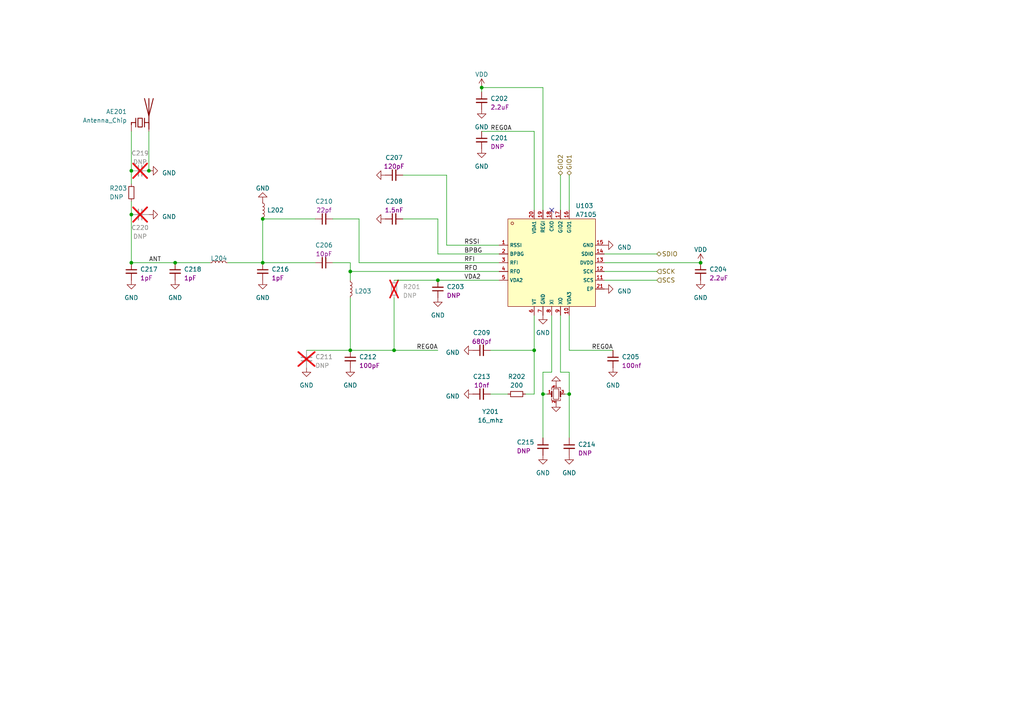
<source format=kicad_sch>
(kicad_sch (version 20230121) (generator eeschema)
  (paper "A4")
  (lib_symbols
    (symbol "Device:Antenna_Chip" (pin_numbers hide) (pin_names (offset 1.016) hide)
      (property "Reference" "AE" (at 0 5.08 0))
      (property "Value" "Antenna_Chip" (at 0 3.175 0))
      (symbol "Antenna_Chip_0_1"
        (polyline (pts (xy -2.54 0) (xy -2.54 -0.635)) (stroke (width 0.254)))
        (polyline (pts (xy -2.54 0) (xy -1.27 0)) (stroke (width 0.254)))
        (polyline (pts (xy 1.27 0) (xy 2.54 0)) (stroke (width 0.254)))
        (polyline (pts (xy 1.27 1.27) (xy 1.27 -1.27)) (stroke (width 0.254)))
        (polyline (pts (xy 2.54 -0.635) (xy 2.54 0)))
        (polyline (pts (xy 2.54 6.985) (xy 2.54 -1.905)) (stroke (width 0.254)))
        (polyline (pts (xy -1.27 1.27) (xy -1.27 -1.27) (xy -1.27 0)) (stroke (width 0.254)))
        (polyline (pts (xy 3.81 6.985) (xy 2.54 1.905) (xy 1.27 6.985)) (stroke (width 0.254)))
        (polyline (pts (xy -0.635 1.27) (xy 0.635 1.27) (xy 0.635 -1.27) (xy -0.635 -1.27) (xy -0.635 1.27)) (stroke (width 0.254)))
      )
      (symbol "Antenna_Chip_1_1"
        (pin input line (at -2.54 -2.54 90) (length 2.54) (name "FEED") (number "1"))
        (pin passive line (at 2.54 -2.54 90) (length 2.54) (name "PCB_Trace") (number "2"))
      )
    )
    (symbol "LCSC_Capacitor:C_0402_100nf_X7R" (pin_numbers hide) (pin_names (offset 0.254) hide) (in_bom no)
      (property "Reference" "C" (at 0.254 1.778 0))
      (property "Capacitance" "100nf" (at 0 0 0))
      (symbol "C_0402_100nf_X7R_0_1"
        (polyline (pts (xy -1.524 -0.508) (xy 1.524 -0.508)) (stroke (width 0.3302)))
        (polyline (pts (xy -1.524 0.508) (xy 1.524 0.508)) (stroke (width 0.3048)))
      )
      (symbol "C_0402_100nf_X7R_1_1"
        (pin passive line (at 0 2.54 270) (length 2.032) (name "~") (number "1"))
        (pin passive line (at 0 -2.54 90) (length 2.032) (name "~") (number "2"))
      )
    )
    (symbol "LCSC_Capacitor:C_0402_100p_C0G" (pin_numbers hide) (pin_names (offset 0.254) hide) (in_bom no)
      (property "Reference" "C" (at 0.254 1.778 0))
      (property "Capacitance" "100pF" (at 0 0 0))
      (symbol "C_0402_100p_C0G_0_1"
        (polyline (pts (xy -1.524 -0.508) (xy 1.524 -0.508)) (stroke (width 0.3302)))
        (polyline (pts (xy -1.524 0.508) (xy 1.524 0.508)) (stroke (width 0.3048)))
      )
      (symbol "C_0402_100p_C0G_1_1"
        (pin passive line (at 0 2.54 270) (length 2.032) (name "~") (number "1"))
        (pin passive line (at 0 -2.54 90) (length 2.032) (name "~") (number "2"))
      )
    )
    (symbol "LCSC_Capacitor:C_0402_10n_C0G" (pin_numbers hide) (pin_names (offset 0.254) hide) (in_bom no)
      (property "Reference" "C" (at 0.254 1.778 0))
      (property "Capacitance" "10nf" (at 0 0 0))
      (symbol "C_0402_10n_C0G_0_1"
        (polyline (pts (xy -1.524 -0.508) (xy 1.524 -0.508)) (stroke (width 0.3302)))
        (polyline (pts (xy -1.524 0.508) (xy 1.524 0.508)) (stroke (width 0.3048)))
      )
      (symbol "C_0402_10n_C0G_1_1"
        (pin passive line (at 0 2.54 270) (length 2.032) (name "~") (number "1"))
        (pin passive line (at 0 -2.54 90) (length 2.032) (name "~") (number "2"))
      )
    )
    (symbol "LCSC_Capacitor:C_0402_22p_C0G" (pin_numbers hide) (pin_names (offset 0.254) hide) (in_bom no)
      (property "Reference" "C" (at 0.254 1.778 0))
      (property "Capacitance" "22pf" (at 0 0 0))
      (symbol "C_0402_22p_C0G_0_1"
        (polyline (pts (xy -1.524 -0.508) (xy 1.524 -0.508)) (stroke (width 0.3302)))
        (polyline (pts (xy -1.524 0.508) (xy 1.524 0.508)) (stroke (width 0.3048)))
      )
      (symbol "C_0402_22p_C0G_1_1"
        (pin passive line (at 0 2.54 270) (length 2.032) (name "~") (number "1"))
        (pin passive line (at 0 -2.54 90) (length 2.032) (name "~") (number "2"))
      )
    )
    (symbol "LCSC_Capacitor:C_0402_2u2_X5R" (pin_numbers hide) (pin_names (offset 0.254) hide) (in_bom no)
      (property "Reference" "C" (at 0.254 1.778 0))
      (property "Capacitance" "2.2uF" (at 0 0 0))
      (symbol "C_0402_2u2_X5R_0_1"
        (polyline (pts (xy -1.524 -0.508) (xy 1.524 -0.508)) (stroke (width 0.3302)))
        (polyline (pts (xy -1.524 0.508) (xy 1.524 0.508)) (stroke (width 0.3048)))
      )
      (symbol "C_0402_2u2_X5R_1_1"
        (pin passive line (at 0 2.54 270) (length 2.032) (name "~") (number "1"))
        (pin passive line (at 0 -2.54 90) (length 2.032) (name "~") (number "2"))
      )
    )
    (symbol "LCSC_Capacitor:C_0402_DNP" (pin_numbers hide) (pin_names (offset 0.254) hide) (in_bom no)
      (property "Reference" "C" (at 0.254 1.778 0))
      (property "Capacitance" "DNP" (at 0 0 0))
      (symbol "C_0402_DNP_0_1"
        (polyline (pts (xy -1.524 -0.508) (xy 1.524 -0.508)) (stroke (width 0.3302)))
        (polyline (pts (xy -1.524 0.508) (xy 1.524 0.508)) (stroke (width 0.3048)))
      )
      (symbol "C_0402_DNP_1_1"
        (pin passive line (at 0 2.54 270) (length 2.032) (name "~") (number "1"))
        (pin passive line (at 0 -2.54 90) (length 2.032) (name "~") (number "2"))
      )
    )
    (symbol "LCSC_Capacitor:C_805_DNP" (pin_numbers hide) (pin_names (offset 0.254) hide) (in_bom no)
      (property "Reference" "C" (at 0.254 1.778 0))
      (property "Capacitance" "DNP" (at 0 0 0))
      (symbol "C_805_DNP_0_1"
        (polyline (pts (xy -1.524 -0.508) (xy 1.524 -0.508)) (stroke (width 0.3302)))
        (polyline (pts (xy -1.524 0.508) (xy 1.524 0.508)) (stroke (width 0.3048)))
      )
      (symbol "C_805_DNP_1_1"
        (pin passive line (at 0 2.54 270) (length 2.032) (name "~") (number "1"))
        (pin passive line (at 0 -2.54 90) (length 2.032) (name "~") (number "2"))
      )
    )
    (symbol "LCSC_Crystal:Crystal_GND24_DNP" (pin_names (offset 1.016) hide) (in_bom no)
      (property "Reference" "Y" (at 1.27 4.445 0))
      (property "Value" "Crystal_GND24_DNP" (at 1.27 2.54 0))
      (symbol "Crystal_GND24_DNP_0_1"
        (rectangle (start -0.762 -1.524) (end 0.762 1.524))
        (polyline (pts (xy -1.27 -0.762) (xy -1.27 0.762)) (stroke (width 0.381)))
        (polyline (pts (xy 1.27 -0.762) (xy 1.27 0.762)) (stroke (width 0.381)))
        (polyline (pts (xy -1.27 -1.27) (xy -1.27 -1.905) (xy 1.27 -1.905) (xy 1.27 -1.27)))
        (polyline (pts (xy -1.27 1.27) (xy -1.27 1.905) (xy 1.27 1.905) (xy 1.27 1.27)))
      )
      (symbol "Crystal_GND24_DNP_1_1"
        (pin passive line (at -2.54 0 0) (length 1.27) (name "1") (number "1"))
        (pin passive line (at 0 -2.54 90) (length 0.635) (name "2") (number "2"))
        (pin passive line (at 2.54 0 180) (length 1.27) (name "3") (number "3"))
        (pin passive line (at 0 2.54 270) (length 0.635) (name "4") (number "4"))
      )
    )
    (symbol "LCSC_Inductor:L_0402_DNP" (pin_numbers hide) (pin_names (offset 0.254) hide) (in_bom no)
      (property "Reference" "L" (at 0.762 1.016 0))
      (symbol "L_0402_DNP_0_1"
        (arc (start 0 -2.032) (mid 0.5058 -1.524) (end 0 -1.016))
        (arc (start 0 -1.016) (mid 0.5058 -0.508) (end 0 0))
        (arc (start 0 0) (mid 0.5058 0.508) (end 0 1.016))
        (arc (start 0 1.016) (mid 0.5058 1.524) (end 0 2.032))
      )
      (symbol "L_0402_DNP_1_1"
        (pin passive line (at 0 2.54 270) (length 0.508) (name "~") (number "1"))
        (pin passive line (at 0 -2.54 90) (length 0.508) (name "~") (number "2"))
      )
    )
    (symbol "LCSC_RF_Transciever_ICs:A7105"
      (property "Reference" "U" (at 0 1.27 0))
      (property "Value" "A7105" (at 0 -2.54 0))
      (symbol "A7105_0_1"
        (rectangle (start -12.7 12.7) (end 12.7 -12.7) (fill (type background)))
        (circle (center -11.43 11.43) (radius 0.381) (fill (type background)))
        (pin output line (at -15.24 5.08 0) (length 2.54) (name "RSSI") (number "1"))
        (pin power_in line (at 5.08 -15.24 90) (length 2.54) (name "VDA3") (number "10"))
        (pin input line (at 15.24 -5.08 180) (length 2.54) (name "SCS") (number "11"))
        (pin input line (at 15.24 -2.54 180) (length 2.54) (name "SCK") (number "12"))
        (pin power_in line (at 15.24 0 180) (length 2.54) (name "DVDD") (number "13"))
        (pin bidirectional line (at 15.24 2.54 180) (length 2.54) (name "SDIO") (number "14"))
        (pin power_in line (at 15.24 5.08 180) (length 2.54) (name "GND") (number "15"))
        (pin bidirectional line (at 5.08 15.24 270) (length 2.54) (name "GIO1") (number "16"))
        (pin bidirectional line (at 2.54 15.24 270) (length 2.54) (name "GIO2") (number "17"))
        (pin output line (at 0 15.24 270) (length 2.54) (name "CKO") (number "18"))
        (pin power_in line (at -2.54 15.24 270) (length 2.54) (name "REGI") (number "19"))
        (pin power_out line (at -15.24 2.54 0) (length 2.54) (name "BPBG") (number "2"))
        (pin bidirectional line (at -5.08 15.24 270) (length 2.54) (name "VDA1") (number "20"))
        (pin power_in line (at 15.24 -7.62 180) (length 2.54) (name "EP") (number "21"))
        (pin power_in line (at -15.24 0 0) (length 2.54) (name "RFI") (number "3"))
        (pin power_out line (at -15.24 -2.54 0) (length 2.54) (name "RFO") (number "4"))
        (pin bidirectional line (at -15.24 -5.08 0) (length 2.54) (name "VDA2") (number "5"))
        (pin input line (at -5.08 -15.24 90) (length 2.54) (name "VT") (number "6"))
        (pin power_in line (at -2.54 -15.24 90) (length 2.54) (name "GND") (number "7"))
        (pin input line (at 0 -15.24 90) (length 2.54) (name "XI") (number "8"))
        (pin output line (at 2.54 -15.24 90) (length 2.54) (name "XO") (number "9"))
      )
    )
    (symbol "LCSC_Resistor:R_0402_DNP" (pin_numbers hide) (pin_names (offset 0.254) hide) (in_bom no)
      (property "Reference" "R" (at 0.762 0.508 0))
      (property "Value" "R_0402_DNP" (at 0.762 -1.016 0))
      (symbol "R_0402_DNP_0_1"
        (rectangle (start -0.762 1.778) (end 0.762 -1.778) (stroke (width 0.2032)))
      )
      (symbol "R_0402_DNP_1_1"
        (pin passive line (at 0 2.54 270) (length 0.762) (name "~") (number "1"))
        (pin passive line (at 0 -2.54 90) (length 0.762) (name "~") (number "2"))
      )
    )
    (symbol "power:GND" (power) (pin_names (offset 0))
      (property "Value" "GND" (at 0 -3.81 0))
      (symbol "GND_0_1"
        (polyline (pts (xy 0 0) (xy 0 -1.27) (xy 1.27 -1.27) (xy 0 -2.54) (xy -1.27 -1.27) (xy 0 -1.27)))
      )
      (symbol "GND_1_1"
        (pin power_in line (at 0 0 270) (length 0) hide (name "GND") (number "1"))
      )
    )
    (symbol "power:VDD" (power) (pin_names (offset 0))
      (property "Value" "VDD" (at 0 3.81 0))
      (symbol "VDD_0_1"
        (polyline (pts (xy -0.762 1.27) (xy 0 2.54)))
        (polyline (pts (xy 0 0) (xy 0 2.54)))
        (polyline (pts (xy 0 2.54) (xy 0.762 1.27)))
      )
      (symbol "VDD_1_1"
        (pin power_in line (at 0 0 90) (length 0) hide (name "VDD") (number "1"))
      )
    )
  )
  (junction (at 139.7 25.4))
  (junction (at 101.6 78.74))
  (junction (at 154.94 101.6))
  (junction (at 38.1 62.23))
  (junction (at 76.2 76.2))
  (junction (at 101.6 101.6))
  (junction (at 114.3 101.6))
  (junction (at 203.2 76.2))
  (junction (at 76.2 63.5))
  (junction (at 157.48 114.3))
  (junction (at 38.1 76.2))
  (junction (at 43.18 49.53))
  (junction (at 127 81.28))
  (junction (at 50.8 76.2))
  (junction (at 165.1 114.3))
  (junction (at 38.1 49.53))
  (no_connect (at 160.02 60.96))
  (wire (pts (xy 154.94 38.1) (xy 154.94 60.96)))
  (wire (pts (xy 142.24 101.6) (xy 154.94 101.6)))
  (wire (pts (xy 142.24 114.3) (xy 147.32 114.3)))
  (wire (pts (xy 165.1 114.3) (xy 163.83 114.3)))
  (wire (pts (xy 154.94 114.3) (xy 152.4 114.3)))
  (wire (pts (xy 43.18 38.1) (xy 43.18 49.53)))
  (wire (pts (xy 50.8 76.2) (xy 60.96 76.2)))
  (wire (pts (xy 38.1 49.53) (xy 38.1 53.34)))
  (wire (pts (xy 101.6 86.36) (xy 101.6 101.6)))
  (wire (pts (xy 129.54 71.12) (xy 129.54 50.8)))
  (wire (pts (xy 76.2 76.2) (xy 91.44 76.2)))
  (wire (pts (xy 144.78 73.66) (xy 127 73.66)))
  (wire (pts (xy 101.6 76.2) (xy 96.52 76.2)))
  (wire (pts (xy 88.9 101.6) (xy 101.6 101.6)))
  (wire (pts (xy 101.6 101.6) (xy 114.3 101.6)))
  (wire (pts (xy 162.56 50.8) (xy 162.56 60.96)))
  (wire (pts (xy 175.26 76.2) (xy 203.2 76.2)))
  (wire (pts (xy 76.2 63.5) (xy 76.2 76.2)))
  (wire (pts (xy 38.1 38.1) (xy 38.1 49.53)))
  (wire (pts (xy 127 81.28) (xy 144.78 81.28)))
  (wire (pts (xy 104.14 63.5) (xy 104.14 76.2)))
  (wire (pts (xy 114.3 101.6) (xy 127 101.6)))
  (wire (pts (xy 38.1 76.2) (xy 50.8 76.2)))
  (wire (pts (xy 154.94 101.6) (xy 154.94 91.44)))
  (wire (pts (xy 165.1 50.8) (xy 165.1 60.96)))
  (wire (pts (xy 101.6 78.74) (xy 101.6 76.2)))
  (wire (pts (xy 175.26 73.66) (xy 190.5 73.66)))
  (wire (pts (xy 162.56 107.95) (xy 165.1 107.95)))
  (wire (pts (xy 139.7 38.1) (xy 154.94 38.1)))
  (wire (pts (xy 104.14 76.2) (xy 144.78 76.2)))
  (wire (pts (xy 76.2 63.5) (xy 91.44 63.5)))
  (wire (pts (xy 157.48 25.4) (xy 157.48 60.96)))
  (wire (pts (xy 165.1 127) (xy 165.1 114.3)))
  (wire (pts (xy 177.8 101.6) (xy 165.1 101.6)))
  (wire (pts (xy 165.1 101.6) (xy 165.1 91.44)))
  (wire (pts (xy 139.7 25.4) (xy 157.48 25.4)))
  (wire (pts (xy 160.02 91.44) (xy 160.02 107.95)))
  (wire (pts (xy 157.48 114.3) (xy 158.75 114.3)))
  (wire (pts (xy 139.7 26.67) (xy 139.7 25.4)))
  (wire (pts (xy 127 63.5) (xy 127 73.66)))
  (wire (pts (xy 175.26 78.74) (xy 190.5 78.74)))
  (wire (pts (xy 157.48 127) (xy 157.48 114.3)))
  (wire (pts (xy 116.84 63.5) (xy 127 63.5)))
  (wire (pts (xy 114.3 81.28) (xy 127 81.28)))
  (wire (pts (xy 144.78 71.12) (xy 129.54 71.12)))
  (wire (pts (xy 101.6 78.74) (xy 101.6 81.28)))
  (wire (pts (xy 114.3 86.36) (xy 114.3 101.6)))
  (wire (pts (xy 129.54 50.8) (xy 116.84 50.8)))
  (wire (pts (xy 154.94 101.6) (xy 154.94 114.3)))
  (wire (pts (xy 38.1 62.23) (xy 38.1 76.2)))
  (wire (pts (xy 144.78 78.74) (xy 101.6 78.74)))
  (wire (pts (xy 157.48 107.95) (xy 157.48 114.3)))
  (wire (pts (xy 66.04 76.2) (xy 76.2 76.2)))
  (wire (pts (xy 38.1 58.42) (xy 38.1 62.23)))
  (wire (pts (xy 96.52 63.5) (xy 104.14 63.5)))
  (wire (pts (xy 162.56 91.44) (xy 162.56 107.95)))
  (wire (pts (xy 175.26 81.28) (xy 190.5 81.28)))
  (wire (pts (xy 165.1 107.95) (xy 165.1 114.3)))
  (wire (pts (xy 160.02 107.95) (xy 157.48 107.95)))
  (label "ANT" (at 43.18 76.2 0))
  (label "BPBG" (at 134.62 73.66 0))
  (label "REG0A" (at 177.8 101.6 180))
  (label "RFO" (at 134.62 78.74 0))
  (label "VDA2" (at 134.62 81.28 0))
  (label "RFI" (at 134.62 76.2 0))
  (label "REG0A" (at 127 101.6 180))
  (label "REG0A" (at 142.24 38.1 0))
  (label "RSSI" (at 134.62 71.12 0))
  (hierarchical_label "GIO2" (shape bidirectional) (at 162.56 50.8 90))
  (hierarchical_label "SCK" (shape input) (at 190.5 78.74 0))
  (hierarchical_label "SDIO" (shape bidirectional) (at 190.5 73.66 0))
  (hierarchical_label "GIO1" (shape bidirectional) (at 165.1 50.8 90))
  (hierarchical_label "SCS" (shape input) (at 190.5 81.28 0))
  (symbol (lib_id "LCSC_Capacitor:C_805_DNP") (at 139.7 40.64 0) (unit 1) (in_bom no)
    (property "Reference" "C201" (at 142.24 40.0113 0) (effects (justify left)))
    (property "Value" "C_805_DNP" (effects hide))
    (property "Footprint" "Capacitor_SMD:C_0805_2012Metric" (effects hide))
    (property "Capacitance" "DNP" (at 142.24 42.5513 0) (effects (justify left)))
  )
  (symbol (lib_id "power:GND") (at 177.8 106.68 0) (unit 1)
    (property "Reference" "#PWR0207" (effects hide))
    (property "Value" "GND" (at 177.8 111.76 0))
    (instances (project "PCBot" (path "" (reference "#PWR0207") (unit 1))) (project "150g-battlebot-pcb" (path "" (reference "#PWR0221") (unit 1))))
  )
  (symbol (lib_id "LCSC_Capacitor:C_0402_DNP") (at 127 83.82 180) (unit 1) (in_bom no)
    (property "Reference" "C203" (at 129.54 83.1786 0) (effects (justify right)))
    (property "Value" "C_0402_DNP" (effects hide))
    (property "Footprint" "Capacitor_SMD:C_0402_1005Metric" (effects hide))
    (property "Capacitance" "DNP" (at 129.54 85.7186 0) (effects (justify right)))
  )
  (symbol (lib_id "power:VDD") (at 139.7 25.4 0) (unit 1)
    (property "Reference" "#PWR0202" (effects hide))
    (property "Value" "VDD" (at 139.7 21.59 0))
    (instances (project "PCBot" (path "" (reference "#PWR0202") (unit 1))) (project "150g-battlebot-pcb" (path "" (reference "#PWR0201") (unit 1))))
  )
  (symbol (lib_id "power:GND") (at 161.29 116.84 0) (unit 1)
    (property "Reference" "#PWR0212" (effects hide))
    (property "Value" "GND" (effects hide))
    (instances (project "PCBot" (path "" (reference "#PWR0212") (unit 1))) (project "150g-battlebot-pcb" (path "" (reference "#PWR0224") (unit 1))))
  )
  (symbol (lib_id "power:GND") (at 157.48 132.08 0) (unit 1)
    (property "Reference" "#PWR0213" (effects hide))
    (property "Value" "GND" (at 157.48 137.16 0))
    (instances (project "PCBot" (path "" (reference "#PWR0213") (unit 1))) (project "150g-battlebot-pcb" (path "" (reference "#PWR0225") (unit 1))))
  )
  (symbol (lib_id "power:GND") (at 76.2 58.42 180) (unit 1)
    (property "Reference" "#PWR0218" (effects hide))
    (property "Value" "GND" (at 76.2 54.61 0))
    (instances (project "PCBot" (path "" (reference "#PWR0218") (unit 1))) (project "150g-battlebot-pcb" (path "" (reference "#PWR0206") (unit 1))))
  )
  (symbol (lib_id "LCSC_Capacitor:C_0402_DNP") (at 139.7 101.6 90) (unit 1) (in_bom no)
    (property "Reference" "C209" (at 139.7063 96.52 90))
    (property "Value" "C_0402_DNP" (effects hide))
    (property "Footprint" "Capacitor_SMD:C_0402_1005Metric" (effects hide))
    (property "Capacitance" "680pf" (at 139.7063 99.06 90))
  )
  (symbol (lib_id "LCSC_Crystal:Crystal_GND24_DNP") (at 161.29 114.3 0) (unit 1) (in_bom no)
    (property "Reference" "Y201" (at 142.24 119.38 0))
    (property "Value" "16_mhz" (at 142.24 121.92 0))
    (property "Footprint" "Crystal:Crystal_SMD_3225-4Pin_3.2x2.5mm" (effects hide))
  )
  (symbol (lib_id "LCSC_Capacitor:C_0402_DNP") (at 165.1 129.54 0) (unit 1) (in_bom no)
    (property "Reference" "C214" (at 167.64 128.9113 0) (effects (justify left)))
    (property "Value" "C_0402_DNP" (effects hide))
    (property "Footprint" "Capacitor_SMD:C_0402_1005Metric" (effects hide))
    (property "Capacitance" "DNP" (at 167.64 131.4513 0) (effects (justify left)))
  )
  (symbol (lib_id "power:GND") (at 101.6 106.68 0) (unit 1)
    (property "Reference" "#PWR0216" (effects hide))
    (property "Value" "GND" (at 101.6 111.76 0))
    (instances (project "PCBot" (path "" (reference "#PWR0216") (unit 1))) (project "150g-battlebot-pcb" (path "" (reference "#PWR0220") (unit 1))))
  )
  (symbol (lib_id "LCSC_RF_Transciever_ICs:A7105") (at 160.02 76.2 0) (unit 1)
    (property "Reference" "U103" (at 166.9209 59.69 0) (effects (justify left)))
    (property "Value" "A7105" (at 166.9209 62.23 0) (effects (justify left)))
    (property "Footprint" "Package_DFN_QFN:QFN-20-1EP_4x4mm_P0.5mm_EP2.5x2.5mm" (effects hide))
    (property "Datasheet" "http://files.banggood.com/A7105%20Datasheet%20v1.4.pdf" (effects hide))
    (property "LCSC" "C126376" (effects hide))
    (property "Frequency" "2.4GHz" (effects hide))
    (instances (project "PCBot" (path "" (reference "U103") (unit 1)) (path "" (reference "U201") (unit 1))) (project "150g-battlebot-pcb" (path "" (reference "U103") (unit 1))))
  )
  (symbol (lib_id "power:GND") (at 88.9 106.68 0) (unit 1)
    (property "Reference" "#PWR0217" (effects hide))
    (property "Value" "GND" (at 88.9 111.76 0))
    (instances (project "PCBot" (path "" (reference "#PWR0217") (unit 1))) (project "150g-battlebot-pcb" (path "" (reference "#PWR0219") (unit 1))))
  )
  (symbol (lib_id "LCSC_Capacitor:C_0402_2u2_X5R") (at 203.2 78.74 0) (unit 1)
    (property "Reference" "C204" (at 205.74 78.1113 0) (effects (justify left)))
    (property "Value" "C_0402_2u2_X5R" (effects hide))
    (property "Footprint" "Capacitor_SMD:C_0402_1005Metric" (effects hide))
    (property "Datasheet" "https://datasheet.lcsc.com/lcsc/1912111437_Murata-Electronics-GRM155R61E225KE11D_C385032.pdf" (effects hide))
    (property "Capacitance" "2.2uF" (at 205.74 80.6513 0) (effects (justify left)))
    (property "LCSC" "C385032" (effects hide))
    (property "MPN" "GRM155R61E225KE11D" (effects hide))
    (property "Voltage" "25V" (effects hide))
    (property "Tolerance" "10%" (effects hide))
    (property "Temperature" "X5R" (effects hide))
  )
  (symbol (lib_id "LCSC_Capacitor:C_0402_DNP") (at 114.3 50.8 90) (unit 1) (in_bom no)
    (property "Reference" "C207" (at 114.3063 45.72 90))
    (property "Value" "C_0402_DNP" (effects hide))
    (property "Footprint" "Capacitor_SMD:C_0402_1005Metric" (effects hide))
    (property "Capacitance" "120pF" (at 114.3063 48.26 90))
  )
  (symbol (lib_id "power:GND") (at 43.18 49.53 90) (unit 1)
    (property "Reference" "#PWR0226" (effects hide))
    (property "Value" "GND" (at 46.99 50.165 90) (effects (justify right)))
    (instances (project "PCBot" (path "" (reference "#PWR0226") (unit 1))) (project "150g-battlebot-pcb" (path "" (reference "#PWR0204") (unit 1))))
  )
  (symbol (lib_id "power:GND") (at 165.1 132.08 0) (unit 1)
    (property "Reference" "#PWR0214" (effects hide))
    (property "Value" "GND" (at 165.1 137.16 0))
    (instances (project "PCBot" (path "" (reference "#PWR0214") (unit 1))) (project "150g-battlebot-pcb" (path "" (reference "#PWR0226") (unit 1))))
  )
  (symbol (lib_id "power:GND") (at 175.26 83.82 90) (unit 1)
    (property "Reference" "#PWR0206" (effects hide))
    (property "Value" "GND" (at 179.07 84.455 90) (effects (justify right)))
    (instances (project "PCBot" (path "" (reference "#PWR0206") (unit 1))) (project "150g-battlebot-pcb" (path "" (reference "#PWR0215") (unit 1))))
  )
  (symbol (lib_id "LCSC_Capacitor:C_0402_DNP") (at 88.9 104.14 180) (unit 1) (in_bom no) (dnp yes)
    (property "Reference" "C211" (at 91.44 103.4986 0) (effects (justify right)))
    (property "Value" "C_0402_DNP" (effects hide))
    (property "Footprint" "Capacitor_SMD:C_0402_1005Metric" (effects hide))
    (property "Capacitance" "DNP" (at 91.44 106.0386 0) (effects (justify right)))
  )
  (symbol (lib_id "LCSC_Capacitor:C_0402_22p_C0G") (at 93.98 63.5 90) (unit 1)
    (property "Reference" "C210" (at 93.9863 58.42 90))
    (property "Value" "C_0402_22p_C0G" (effects hide))
    (property "Footprint" "Capacitor_SMD:C_0402_1005Metric" (effects hide))
    (property "Datasheet" "https://datasheet.lcsc.com/lcsc/1811081530_Murata-Electronics-GJM1555C1H220GB01D_C161315.pdf" (effects hide))
    (property "Capacitance" "22pf" (at 93.9863 60.96 90))
    (property "LCSC" "C161315" (effects hide))
    (property "MPN" "GJM1555C1H220GB01D" (effects hide))
    (property "Voltage" "50V" (effects hide))
    (property "Tolerance" "2%" (effects hide))
    (property "Temperature" "C0G" (effects hide))
  )
  (symbol (lib_id "power:GND") (at 111.76 50.8 270) (unit 1)
    (property "Reference" "#PWR0220" (effects hide))
    (property "Value" "GND" (effects hide))
    (instances (project "PCBot" (path "" (reference "#PWR0220") (unit 1))) (project "150g-battlebot-pcb" (path "" (reference "#PWR0205") (unit 1))))
  )
  (symbol (lib_id "LCSC_Capacitor:C_0402_DNP") (at 50.8 78.74 0) (unit 1)
    (property "Reference" "C218" (at 53.34 78.1113 0) (effects (justify left)))
    (property "Value" "C_0402_DNP" (effects hide))
    (property "Footprint" "Capacitor_SMD:C_0402_1005Metric" (effects hide))
    (property "Capacitance" "1pF" (at 53.34 80.6513 0) (effects (justify left)))
  )
  (symbol (lib_id "power:GND") (at 38.1 81.28 0) (unit 1)
    (property "Reference" "#PWR0223" (effects hide))
    (property "Value" "GND" (at 38.1 86.36 0))
    (instances (project "PCBot" (path "" (reference "#PWR0223") (unit 1))) (project "150g-battlebot-pcb" (path "" (reference "#PWR0211") (unit 1))))
  )
  (symbol (lib_id "LCSC_Capacitor:C_0402_100p_C0G") (at 101.6 104.14 0) (unit 1)
    (property "Reference" "C212" (at 104.14 103.5113 0) (effects (justify left)))
    (property "Value" "C_0402_100p_C0G" (effects hide))
    (property "Footprint" "Capacitor_SMD:C_0402_1005Metric" (effects hide))
    (property "Datasheet" "https://datasheet.lcsc.com/lcsc/2009181536_Murata-Electronics-GRT1555C1H101JA02D_C711072.pdf" (effects hide))
    (property "Capacitance" "100pF" (at 104.14 106.0513 0) (effects (justify left)))
    (property "LCSC" "C711072" (effects hide))
    (property "MPN" "GRT1555C1H101JA02D" (effects hide))
    (property "Voltage" "50V" (effects hide))
    (property "Tolerance" "5%" (effects hide))
    (property "Temperature" "C0G" (effects hide))
  )
  (symbol (lib_id "LCSC_Capacitor:C_0402_DNP") (at 76.2 78.74 0) (unit 1)
    (property "Reference" "C216" (at 78.74 78.1113 0) (effects (justify left)))
    (property "Value" "C_0402_DNP" (effects hide))
    (property "Footprint" "Capacitor_SMD:C_0402_1005Metric" (effects hide))
    (property "Capacitance" "1pF" (at 78.74 80.6513 0) (effects (justify left)))
  )
  (symbol (lib_id "LCSC_Capacitor:C_0402_10n_C0G") (at 139.7 114.3 90) (unit 1)
    (property "Reference" "C213" (at 139.7063 109.22 90))
    (property "Value" "C_0402_10n_C0G" (effects hide))
    (property "Footprint" "Capacitor_SMD:C_0402_1005Metric" (effects hide))
    (property "Datasheet" "https://datasheet.lcsc.com/lcsc/2107290630_Murata-Electronics-GRM1555CYA103JE01D_C1518210.pdf" (effects hide))
    (property "Capacitance" "10nf" (at 139.7063 111.76 90))
    (property "LCSC" "C1518210" (effects hide))
    (property "MPN" "GRM1555CYA103JE01D" (effects hide))
    (property "Voltage" "35V" (effects hide))
    (property "Tolerance" "±5%" (effects hide))
    (property "Temperature" "C0G" (effects hide))
  )
  (symbol (lib_id "power:GND") (at 76.2 81.28 0) (unit 1)
    (property "Reference" "#PWR0221" (effects hide))
    (property "Value" "GND" (at 76.2 86.36 0))
    (instances (project "PCBot" (path "" (reference "#PWR0221") (unit 1))) (project "150g-battlebot-pcb" (path "" (reference "#PWR0213") (unit 1))))
  )
  (symbol (lib_id "power:GND") (at 139.7 43.18 0) (unit 1)
    (property "Reference" "#PWR0201" (effects hide))
    (property "Value" "GND" (at 139.7 48.26 0))
    (instances (project "PCBot" (path "" (reference "#PWR0201") (unit 1))) (project "150g-battlebot-pcb" (path "" (reference "#PWR0203") (unit 1))))
  )
  (symbol (lib_id "power:GND") (at 203.2 81.28 0) (unit 1)
    (property "Reference" "#PWR0205" (effects hide))
    (property "Value" "GND" (at 203.2 86.36 0))
    (instances (project "PCBot" (path "" (reference "#PWR0205") (unit 1))) (project "150g-battlebot-pcb" (path "" (reference "#PWR0214") (unit 1))))
  )
  (symbol (lib_id "power:GND") (at 50.8 81.28 0) (unit 1)
    (property "Reference" "#PWR0222" (effects hide))
    (property "Value" "GND" (at 50.8 86.36 0))
    (instances (project "PCBot" (path "" (reference "#PWR0222") (unit 1))) (project "150g-battlebot-pcb" (path "" (reference "#PWR0212") (unit 1))))
  )
  (symbol (lib_id "power:GND") (at 111.76 63.5 270) (unit 1)
    (property "Reference" "#PWR0219" (effects hide))
    (property "Value" "GND" (effects hide))
    (instances (project "PCBot" (path "" (reference "#PWR0219") (unit 1))) (project "150g-battlebot-pcb" (path "" (reference "#PWR0208") (unit 1))))
  )
  (symbol (lib_id "LCSC_Resistor:R_0402_DNP") (at 38.1 55.88 180) (unit 1) (in_bom no)
    (property "Reference" "R203" (at 31.75 54.61 0) (effects (justify right)))
    (property "Value" "DNP" (at 31.75 57.15 0) (effects (justify right)))
    (property "Footprint" "Resistor_SMD:R_0402_1005Metric" (effects hide))
  )
  (symbol (lib_id "power:GND") (at 137.16 114.3 270) (unit 1)
    (property "Reference" "#PWR0208" (effects hide))
    (property "Value" "GND" (at 133.35 114.935 90) (effects (justify right)))
    (instances (project "PCBot" (path "" (reference "#PWR0208") (unit 1))) (project "150g-battlebot-pcb" (path "" (reference "#PWR0223") (unit 1))))
  )
  (symbol (lib_id "power:GND") (at 137.16 101.6 270) (unit 1)
    (property "Reference" "#PWR0209" (effects hide))
    (property "Value" "GND" (at 133.35 102.235 90) (effects (justify right)))
    (instances (project "PCBot" (path "" (reference "#PWR0209") (unit 1))) (project "150g-battlebot-pcb" (path "" (reference "#PWR0218") (unit 1))))
  )
  (symbol (lib_id "power:GND") (at 175.26 71.12 90) (unit 1)
    (property "Reference" "#PWR0204" (effects hide))
    (property "Value" "GND" (at 179.07 71.755 90) (effects (justify right)))
    (instances (project "PCBot" (path "" (reference "#PWR0204") (unit 1))) (project "150g-battlebot-pcb" (path "" (reference "#PWR0209") (unit 1))))
  )
  (symbol (lib_id "LCSC_Capacitor:C_0402_DNP") (at 38.1 78.74 0) (unit 1)
    (property "Reference" "C217" (at 40.64 78.1113 0) (effects (justify left)))
    (property "Value" "C_0402_DNP" (effects hide))
    (property "Footprint" "Capacitor_SMD:C_0402_1005Metric" (effects hide))
    (property "Capacitance" "1pF" (at 40.64 80.6513 0) (effects (justify left)))
  )
  (symbol (lib_id "LCSC_Capacitor:C_0402_DNP") (at 40.64 49.53 270) (unit 1) (in_bom no) (dnp yes)
    (property "Reference" "C219" (at 40.6336 44.45 90))
    (property "Value" "C_0402_DNP" (effects hide))
    (property "Footprint" "Capacitor_SMD:C_0402_1005Metric" (effects hide))
    (property "Capacitance" "DNP" (at 40.6336 46.99 90))
  )
  (symbol (lib_id "LCSC_Capacitor:C_0402_2u2_X5R") (at 139.7 29.21 0) (unit 1)
    (property "Reference" "C202" (at 142.24 28.5813 0) (effects (justify left)))
    (property "Value" "C_0402_2u2_X5R" (effects hide))
    (property "Footprint" "Capacitor_SMD:C_0402_1005Metric" (effects hide))
    (property "Datasheet" "https://datasheet.lcsc.com/lcsc/1912111437_Murata-Electronics-GRM155R61E225KE11D_C385032.pdf" (effects hide))
    (property "Capacitance" "2.2uF" (at 142.24 31.1213 0) (effects (justify left)))
    (property "LCSC" "C385032" (effects hide))
    (property "MPN" "GRM155R61E225KE11D" (effects hide))
    (property "Voltage" "25V" (effects hide))
    (property "Tolerance" "10%" (effects hide))
    (property "Temperature" "X5R" (effects hide))
  )
  (symbol (lib_id "Device:Antenna_Chip") (at 40.64 35.56 0) (unit 1)
    (property "Reference" "AE201" (at 36.83 32.385 0) (effects (justify right)))
    (property "Value" "Antenna_Chip" (at 36.83 34.925 0) (effects (justify right)))
    (property "Footprint" "LCSC_Antenna:IPEX-SMD_BWIPX-1-001E" (effects hide))
  )
  (symbol (lib_id "LCSC_Capacitor:C_0402_100nf_X7R") (at 177.8 104.14 0) (unit 1)
    (property "Reference" "C205" (at 180.34 103.5113 0) (effects (justify left)))
    (property "Value" "C_0402_100nf_X7R" (effects hide))
    (property "Footprint" "Capacitor_SMD:C_0402_1005Metric" (effects hide))
    (property "Datasheet" "https://datasheet.lcsc.com/lcsc/1811141731_FH--Guangdong-Fenghua-Advanced-Tech-0402B104K500NT_C110251.pdf" (effects hide))
    (property "MPN" "0402B104K500NT" (effects hide))
    (property "LCSC" "C110251" (effects hide))
    (property "Capacitance" "100nf" (at 180.34 106.0513 0) (effects (justify left)))
    (property "Voltage" "50V" (effects hide))
    (property "Temperature" "X7R" (effects hide))
  )
  (symbol (lib_id "LCSC_Capacitor:C_0402_DNP") (at 40.64 62.23 270) (unit 1) (in_bom no) (dnp yes)
    (property "Reference" "C220" (at 40.6336 66.04 90))
    (property "Value" "C_0402_DNP" (effects hide))
    (property "Footprint" "Capacitor_SMD:C_0402_1005Metric" (effects hide))
    (property "Capacitance" "DNP" (at 40.6336 68.58 90))
  )
  (symbol (lib_id "power:GND") (at 161.29 111.76 180) (unit 1)
    (property "Reference" "#PWR0211" (effects hide))
    (property "Value" "GND" (effects hide))
    (instances (project "PCBot" (path "" (reference "#PWR0211") (unit 1))) (project "150g-battlebot-pcb" (path "" (reference "#PWR0222") (unit 1))))
  )
  (symbol (lib_id "power:GND") (at 139.7 31.75 0) (unit 1)
    (property "Reference" "#PWR0203" (effects hide))
    (property "Value" "GND" (at 139.7 36.83 0))
    (instances (project "PCBot" (path "" (reference "#PWR0203") (unit 1))) (project "150g-battlebot-pcb" (path "" (reference "#PWR0202") (unit 1))))
  )
  (symbol (lib_id "LCSC_Resistor:R_0402_DNP") (at 149.86 114.3 90) (unit 1) (in_bom no)
    (property "Reference" "R202" (at 149.86 109.22 90))
    (property "Value" "200" (at 149.86 111.76 90))
    (property "Footprint" "Resistor_SMD:R_0402_1005Metric" (effects hide))
  )
  (symbol (lib_id "power:GND") (at 127 86.36 0) (unit 1)
    (property "Reference" "#PWR0215" (effects hide))
    (property "Value" "GND" (at 127 91.44 0))
    (instances (project "PCBot" (path "" (reference "#PWR0215") (unit 1))) (project "150g-battlebot-pcb" (path "" (reference "#PWR0216") (unit 1))))
  )
  (symbol (lib_id "LCSC_Inductor:L_0402_DNP") (at 101.6 83.82 0) (unit 1) (in_bom no)
    (property "Reference" "L203" (at 102.87 84.455 0) (effects (justify left)))
    (property "Value" "L_0402_DNP" (effects hide))
    (property "Footprint" "Inductor_SMD:L_0402_1005Metric" (effects hide))
  )
  (symbol (lib_id "LCSC_Inductor:L_0402_DNP") (at 63.5 76.2 90) (unit 1) (in_bom no)
    (property "Reference" "L204" (at 63.5 74.93 90))
    (property "Value" "L_0402_DNP" (effects hide))
    (property "Footprint" "Inductor_SMD:L_0402_1005Metric" (effects hide))
  )
  (symbol (lib_id "LCSC_Resistor:R_0402_DNP") (at 114.3 83.82 180) (unit 1) (in_bom no) (dnp yes)
    (property "Reference" "R201" (at 116.84 83.185 0) (effects (justify right)))
    (property "Value" "DNP" (at 116.84 85.725 0) (effects (justify right)))
    (property "Footprint" "Resistor_SMD:R_0402_1005Metric" (effects hide))
  )
  (symbol (lib_id "LCSC_Inductor:L_0402_DNP") (at 76.2 60.96 0) (unit 1) (in_bom no)
    (property "Reference" "L202" (at 77.47 60.96 0) (effects (justify left)))
    (property "Value" "L_0402_DNP" (effects hide))
    (property "Footprint" "Inductor_SMD:L_0402_1005Metric" (effects hide))
  )
  (symbol (lib_id "power:GND") (at 157.48 91.44 0) (unit 1)
    (property "Reference" "#PWR0210" (effects hide))
    (property "Value" "GND" (at 157.48 96.52 0))
    (instances (project "PCBot" (path "" (reference "#PWR0210") (unit 1))) (project "150g-battlebot-pcb" (path "" (reference "#PWR0217") (unit 1))))
  )
  (symbol (lib_id "power:VDD") (at 203.2 76.2 0) (unit 1)
    (property "Reference" "#PWR0224" (effects hide))
    (property "Value" "VDD" (at 203.2 72.39 0))
    (instances (project "PCBot" (path "" (reference "#PWR0224") (unit 1))) (project "150g-battlebot-pcb" (path "" (reference "#PWR0210") (unit 1))))
  )
  (symbol (lib_id "LCSC_Capacitor:C_0402_DNP") (at 93.98 76.2 270) (unit 1)
    (property "Reference" "C206" (at 93.9736 71.12 90))
    (property "Value" "C_0402_DNP" (effects hide))
    (property "Footprint" "Capacitor_SMD:C_0402_1005Metric" (effects hide))
    (property "Capacitance" "10pF" (at 93.9736 73.66 90))
  )
  (symbol (lib_id "LCSC_Capacitor:C_0402_DNP") (at 157.48 129.54 0) (unit 1) (in_bom no)
    (property "Reference" "C215" (at 149.86 128.27 0) (effects (justify left)))
    (property "Value" "C_0402_DNP" (effects hide))
    (property "Footprint" "Capacitor_SMD:C_0402_1005Metric" (effects hide))
    (property "Capacitance" "DNP" (at 149.86 130.81 0) (effects (justify left)))
  )
  (symbol (lib_id "power:GND") (at 43.18 62.23 90) (unit 1)
    (property "Reference" "#PWR0225" (effects hide))
    (property "Value" "GND" (at 46.99 62.865 90) (effects (justify right)))
    (instances (project "PCBot" (path "" (reference "#PWR0225") (unit 1))) (project "150g-battlebot-pcb" (path "" (reference "#PWR0207") (unit 1))))
  )
  (symbol (lib_id "LCSC_Capacitor:C_0402_DNP") (at 114.3 63.5 90) (unit 1) (in_bom no)
    (property "Reference" "C208" (at 114.3063 58.42 90))
    (property "Value" "C_0402_DNP" (effects hide))
    (property "Footprint" "Capacitor_SMD:C_0402_1005Metric" (effects hide))
    (property "Capacitance" "1.5nF" (at 114.3063 60.96 90))
  )
)
</source>
